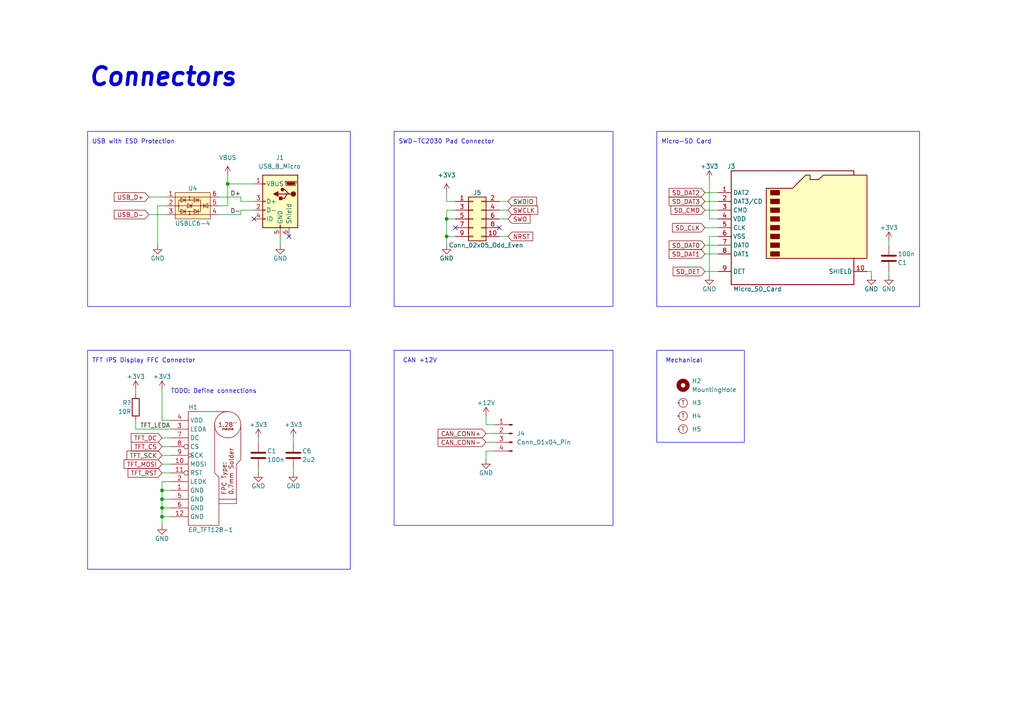
<source format=kicad_sch>
(kicad_sch (version 20230121) (generator eeschema)
  (paper "A4")
  (title_block (date "2023-08-02") (rev "R1") (company "s-grundner"))
  (lib_symbols
    (symbol "Connector:Conn_01x04_Pin" (pin_names (offset 1.016) hide)
      (property "Reference" "J" (at 0 5.08 0))
      (property "Value" "Conn_01x04_Pin" (at 0 -7.62 0))
      (symbol "Conn_01x04_Pin_1_1"
        (polyline (pts (xy 1.27 -5.08) (xy 0.8636 -5.08)) (stroke (width 0.1524)))
        (polyline (pts (xy 1.27 -2.54) (xy 0.8636 -2.54)) (stroke (width 0.1524)))
        (polyline (pts (xy 1.27 0) (xy 0.8636 0)) (stroke (width 0.1524)))
        (polyline (pts (xy 1.27 2.54) (xy 0.8636 2.54)) (stroke (width 0.1524)))
        (rectangle (start 0.8636 -4.953) (end 0 -5.207) (stroke (width 0.1524)) (fill (type outline)))
        (rectangle (start 0.8636 -2.413) (end 0 -2.667) (stroke (width 0.1524)) (fill (type outline)))
        (rectangle (start 0.8636 0.127) (end 0 -0.127) (stroke (width 0.1524)) (fill (type outline)))
        (rectangle (start 0.8636 2.667) (end 0 2.413) (stroke (width 0.1524)) (fill (type outline)))
        (pin passive line (at 5.08 2.54 180) (length 3.81) (name "Pin_1") (number "1"))
        (pin passive line (at 5.08 0 180) (length 3.81) (name "Pin_2") (number "2"))
        (pin passive line (at 5.08 -2.54 180) (length 3.81) (name "Pin_3") (number "3"))
        (pin passive line (at 5.08 -5.08 180) (length 3.81) (name "Pin_4") (number "4"))
      )
    )
    (symbol "Connector:Micro_SD_Card_Det1"
      (property "Reference" "J" (at -16.51 17.78 0))
      (property "Value" "Micro_SD_Card_Det1" (at 16.51 17.78 0))
      (property "LCSC Part #" "C428492" (at 0 0 0))
      (symbol "Micro_SD_Card_Det1_0_1"
        (rectangle (start -7.62 -6.985) (end -5.08 -8.255) (stroke (width 0.254)) (fill (type outline)))
        (rectangle (start -7.62 -4.445) (end -5.08 -5.715) (stroke (width 0.254)) (fill (type outline)))
        (rectangle (start -7.62 -1.905) (end -5.08 -3.175) (stroke (width 0.254)) (fill (type outline)))
        (rectangle (start -7.62 0.635) (end -5.08 -0.635) (stroke (width 0.254)) (fill (type outline)))
        (rectangle (start -7.62 3.175) (end -5.08 1.905) (stroke (width 0.254)) (fill (type outline)))
        (rectangle (start -7.62 5.715) (end -5.08 4.445) (stroke (width 0.254)) (fill (type outline)))
        (rectangle (start -7.62 8.255) (end -5.08 6.985) (stroke (width 0.254)) (fill (type outline)))
        (rectangle (start -7.62 10.795) (end -5.08 9.525) (stroke (width 0.254)) (fill (type outline)))
        (polyline (pts (xy 16.51 15.24) (xy 16.51 16.51) (xy -19.05 16.51) (xy -19.05 -16.51) (xy 16.51 -16.51) (xy 16.51 -8.89)) (stroke (width 0.254)))
        (polyline (pts (xy -8.89 -8.89) (xy -8.89 11.43) (xy -1.27 11.43) (xy 2.54 15.24) (xy 3.81 15.24) (xy 3.81 13.97) (xy 6.35 13.97) (xy 7.62 15.24) (xy 20.32 15.24) (xy 20.32 -8.89) (xy -8.89 -8.89)) (stroke (width 0.254)) (fill (type background)))
      )
      (symbol "Micro_SD_Card_Det1_1_1"
        (pin bidirectional line (at -22.86 10.16 0) (length 3.81) (name "DAT2") (number "1"))
        (pin passive line (at 20.32 -12.7 180) (length 3.81) (name "SHIELD") (number "10"))
        (pin bidirectional line (at -22.86 7.62 0) (length 3.81) (name "DAT3/CD") (number "2"))
        (pin input line (at -22.86 5.08 0) (length 3.81) (name "CMD") (number "3"))
        (pin power_in line (at -22.86 2.54 0) (length 3.81) (name "VDD") (number "4"))
        (pin input line (at -22.86 0 0) (length 3.81) (name "CLK") (number "5"))
        (pin power_in line (at -22.86 -2.54 0) (length 3.81) (name "VSS") (number "6"))
        (pin bidirectional line (at -22.86 -5.08 0) (length 3.81) (name "DAT0") (number "7"))
        (pin bidirectional line (at -22.86 -7.62 0) (length 3.81) (name "DAT1") (number "8"))
        (pin passive line (at -22.86 -12.7 0) (length 3.81) (name "DET") (number "9"))
      )
    )
    (symbol "Connector:USB_B_Micro" (pin_names (offset 1.016))
      (property "Reference" "J" (at -5.08 11.43 0))
      (property "Value" "USB_B_Micro" (at -5.08 8.89 0))
      (symbol "USB_B_Micro_0_1"
        (rectangle (start -5.08 -7.62) (end 5.08 7.62) (stroke (width 0.254)) (fill (type background)))
        (circle (center -3.81 2.159) (radius 0.635) (stroke (width 0.254)) (fill (type outline)))
        (circle (center -0.635 3.429) (radius 0.381) (stroke (width 0.254)) (fill (type outline)))
        (rectangle (start -0.127 -7.62) (end 0.127 -6.858))
        (polyline (pts (xy -1.905 2.159) (xy 0.635 2.159)) (stroke (width 0.254)))
        (polyline (pts (xy -3.175 2.159) (xy -2.54 2.159) (xy -1.27 3.429) (xy -0.635 3.429)) (stroke (width 0.254)))
        (polyline (pts (xy -2.54 2.159) (xy -1.905 2.159) (xy -1.27 0.889) (xy 0 0.889)) (stroke (width 0.254)))
        (polyline (pts (xy 0.635 2.794) (xy 0.635 1.524) (xy 1.905 2.159) (xy 0.635 2.794)) (stroke (width 0.254)) (fill (type outline)))
        (polyline (pts (xy -4.318 5.588) (xy -1.778 5.588) (xy -2.032 4.826) (xy -4.064 4.826) (xy -4.318 5.588)) (fill (type outline)))
        (polyline (pts (xy -4.699 5.842) (xy -4.699 5.588) (xy -4.445 4.826) (xy -4.445 4.572) (xy -1.651 4.572) (xy -1.651 4.826) (xy -1.397 5.588) (xy -1.397 5.842) (xy -4.699 5.842)))
        (rectangle (start 0.254 1.27) (end -0.508 0.508) (stroke (width 0.254)) (fill (type outline)))
        (rectangle (start 5.08 -5.207) (end 4.318 -4.953))
        (rectangle (start 5.08 -2.667) (end 4.318 -2.413))
        (rectangle (start 5.08 -0.127) (end 4.318 0.127))
        (rectangle (start 5.08 4.953) (end 4.318 5.207))
      )
      (symbol "USB_B_Micro_1_1"
        (pin power_out line (at 7.62 5.08 180) (length 2.54) (name "VBUS") (number "1"))
        (pin bidirectional line (at 7.62 -2.54 180) (length 2.54) (name "D-") (number "2"))
        (pin bidirectional line (at 7.62 0 180) (length 2.54) (name "D+") (number "3"))
        (pin passive line (at 7.62 -5.08 180) (length 2.54) (name "ID") (number "4"))
        (pin power_out line (at 0 -10.16 90) (length 2.54) (name "GND") (number "5"))
        (pin passive line (at -2.54 -10.16 90) (length 2.54) (name "Shield") (number "6"))
      )
    )
    (symbol "Connector_Generic:Conn_02x05_Odd_Even" (pin_names (offset 1.016) hide)
      (property "Reference" "J" (at 1.27 7.62 0))
      (property "Value" "Conn_02x05_Odd_Even" (at 1.27 -7.62 0))
      (symbol "Conn_02x05_Odd_Even_1_1"
        (rectangle (start -1.27 -4.953) (end 0 -5.207) (stroke (width 0.1524)))
        (rectangle (start -1.27 -2.413) (end 0 -2.667) (stroke (width 0.1524)))
        (rectangle (start -1.27 0.127) (end 0 -0.127) (stroke (width 0.1524)))
        (rectangle (start -1.27 2.667) (end 0 2.413) (stroke (width 0.1524)))
        (rectangle (start -1.27 5.207) (end 0 4.953) (stroke (width 0.1524)))
        (rectangle (start -1.27 6.35) (end 3.81 -6.35) (stroke (width 0.254)) (fill (type background)))
        (rectangle (start 3.81 -4.953) (end 2.54 -5.207) (stroke (width 0.1524)))
        (rectangle (start 3.81 -2.413) (end 2.54 -2.667) (stroke (width 0.1524)))
        (rectangle (start 3.81 0.127) (end 2.54 -0.127) (stroke (width 0.1524)))
        (rectangle (start 3.81 2.667) (end 2.54 2.413) (stroke (width 0.1524)))
        (rectangle (start 3.81 5.207) (end 2.54 4.953) (stroke (width 0.1524)))
        (pin passive line (at -5.08 5.08 0) (length 3.81) (name "Pin_1") (number "1"))
        (pin passive line (at 7.62 -5.08 180) (length 3.81) (name "Pin_10") (number "10"))
        (pin passive line (at 7.62 5.08 180) (length 3.81) (name "Pin_2") (number "2"))
        (pin passive line (at -5.08 2.54 0) (length 3.81) (name "Pin_3") (number "3"))
        (pin passive line (at 7.62 2.54 180) (length 3.81) (name "Pin_4") (number "4"))
        (pin passive line (at -5.08 0 0) (length 3.81) (name "Pin_5") (number "5"))
        (pin passive line (at 7.62 0 180) (length 3.81) (name "Pin_6") (number "6"))
        (pin passive line (at -5.08 -2.54 0) (length 3.81) (name "Pin_7") (number "7"))
        (pin passive line (at 7.62 -2.54 180) (length 3.81) (name "Pin_8") (number "8"))
        (pin passive line (at -5.08 -5.08 0) (length 3.81) (name "Pin_9") (number "9"))
      )
    )
    (symbol "Device:C" (pin_numbers hide) (pin_names (offset 0.254))
      (property "Reference" "C" (at 0.635 2.54 0))
      (property "Value" "C" (at 0.635 -2.54 0))
      (symbol "C_0_1"
        (polyline (pts (xy -2.032 -0.762) (xy 2.032 -0.762)) (stroke (width 0.508)))
        (polyline (pts (xy -2.032 0.762) (xy 2.032 0.762)) (stroke (width 0.508)))
      )
      (symbol "C_1_1"
        (pin passive line (at 0 3.81 270) (length 2.794) (name "~") (number "1"))
        (pin passive line (at 0 -3.81 90) (length 2.794) (name "~") (number "2"))
      )
    )
    (symbol "Device:R" (pin_numbers hide) (pin_names (offset 0))
      (property "Reference" "R" (at 2.032 0 90))
      (property "Value" "R" (at 0 0 90))
      (symbol "R_0_1"
        (rectangle (start -1.016 -2.54) (end 1.016 2.54) (stroke (width 0.254)))
      )
      (symbol "R_1_1"
        (pin passive line (at 0 3.81 270) (length 1.27) (name "~") (number "1"))
        (pin passive line (at 0 -3.81 90) (length 1.27) (name "~") (number "2"))
      )
    )
    (symbol "Display_Graphic:ER_TFT128-1"
      (property "Reference" "H" (at 10.16 1.27 0))
      (property "Value" "ER_TFT128-1" (at 10.16 -35.56 0))
      (symbol "ER_TFT128-1_0_0"
        (text "" (at 21.59 -15.24 0) (effects (font (size 1.27 1.27))))
      )
      (symbol "ER_TFT128-1_0_1"
        (polyline (pts (xy 19.05 -26.67) (xy 19.05 -15.24)))
        (polyline (pts (xy 19.05 -15.24) (xy 20.32 -13.97) (xy 20.32 -3.81)))
        (circle (center 16.51 -3.81) (radius 3.81))
      )
      (symbol "ER_TFT128-1_1_1"
        (polyline (pts (xy 13.97 -26.67) (xy 19.05 -26.67)) (fill (type outline)))
        (polyline (pts (xy 16.51 0) (xy 5.08 0)))
        (polyline (pts (xy 17.78 0) (xy 17.78 0)))
        (polyline (pts (xy 19.05 -25.4) (xy 13.97 -25.4)))
        (polyline (pts (xy 12.7 -3.81) (xy 12.7 -17.78) (xy 13.97 -19.05)))
        (polyline (pts (xy 5.08 0) (xy 5.08 -33.02) (xy 13.97 -33.02) (xy 13.97 -19.05)))
        (text "1.28''" (at 16.51 -3.81 0) (effects (font (size 1.27 1.27))))
        (text "240x240" (at 16.51 -5.08 0) (effects (font (size 0.508 0.508))))
        (text "FPC Type:\n0.7mm Solder\n" (at 16.51 -24.13 900) (effects (font (size 1.27 1.27)) (justify left)))
        (pin passive line (at 0 -22.86 0) (length 5.08) (name "GND") (number "1"))
        (pin passive line (at 0 -15.24 0) (length 5.08) (name "MOSI") (number "10"))
        (pin passive inverted (at 0 -17.78 0) (length 5.08) (name "RST") (number "11"))
        (pin passive line (at 0 -30.48 0) (length 5.08) (name "GND") (number "12"))
        (pin passive line (at 0 -20.32 0) (length 5.08) (name "LEDK") (number "2"))
        (pin passive line (at 0 -5.08 0) (length 5.08) (name "LEDA") (number "3"))
        (pin passive line (at 0 -2.54 0) (length 5.08) (name "VDD") (number "4"))
        (pin passive line (at 0 -25.4 0) (length 5.08) (name "GND") (number "5"))
        (pin passive line (at 0 -27.94 0) (length 5.08) (name "GND") (number "6"))
        (pin passive line (at 0 -7.62 0) (length 5.08) (name "DC") (number "7"))
        (pin passive inverted (at 0 -10.16 0) (length 5.08) (name "CS") (number "8"))
        (pin passive clock (at 0 -12.7 0) (length 5.08) (name "SCK") (number "9"))
      )
    )
    (symbol "JLC:Tooling_Hole"
      (property "Reference" "H" (at 0 2.54 0))
      (symbol "Tooling_Hole_0_1"
        (circle (center 0 0) (radius 1.27))
      )
      (symbol "Tooling_Hole_1_1"
        (text "T" (at 0 0 0) (effects (font (size 1.27 1.27))))
      )
    )
    (symbol "Mechanical:MountingHole" (pin_names (offset 1.016))
      (property "Reference" "H" (at 0 5.08 0))
      (property "Value" "MountingHole" (at 0 3.175 0))
      (symbol "MountingHole_0_1"
        (circle (center 0 0) (radius 1.27) (stroke (width 1.27)))
      )
    )
    (symbol "Power_Protection:WE-TVS-82400102"
      (property "Reference" "U" (at 0 7.62 0))
      (property "Value" "WE-TVS-82400102" (at 0 5.08 0))
      (symbol "WE-TVS-82400102_0_1"
        (rectangle (start -5.08 3.81) (end 5.08 -3.81) (fill (type background)))
        (circle (center -4.064 0) (radius 0.127))
        (rectangle (start -4.064 1.651) (end 2.286 -1.651))
        (circle (center -0.889 -2.54) (radius 0.127))
        (circle (center -0.889 -1.651) (radius 0.127))
        (circle (center -0.889 1.651) (radius 0.127))
        (circle (center -0.889 2.54) (radius 0.127))
        (polyline (pts (xy -5.08 -2.54) (xy 5.08 -2.54)))
        (polyline (pts (xy -5.08 2.54) (xy 5.08 2.54)))
        (polyline (pts (xy -4.064 0) (xy -5.08 0)))
        (polyline (pts (xy -4.064 0) (xy 2.286 0)) (fill (type outline)))
        (polyline (pts (xy -2.159 -1.016) (xy -2.159 -2.286)))
        (polyline (pts (xy -2.159 2.286) (xy -2.159 1.016)))
        (polyline (pts (xy -0.889 -1.651) (xy -0.889 -2.413)))
        (polyline (pts (xy -0.889 1.651) (xy -0.889 2.54)))
        (polyline (pts (xy -0.508 -0.635) (xy -0.508 -0.635)))
        (polyline (pts (xy 1.651 -1.016) (xy 1.651 -2.286)))
        (polyline (pts (xy 1.651 2.286) (xy 1.651 1.016)))
        (polyline (pts (xy 2.286 0) (xy 5.08 0)))
        (polyline (pts (xy -3.429 -1.016) (xy -3.429 -2.286) (xy -2.159 -1.651) (xy -3.429 -1.016)))
        (polyline (pts (xy -3.429 1.016) (xy -3.429 2.286) (xy -2.159 1.651) (xy -3.429 1.016)))
        (polyline (pts (xy 0 0.635) (xy -0.254 0.381) (xy -0.254 -0.381) (xy -0.508 -0.635)))
        (polyline (pts (xy 0.381 -1.016) (xy 0.381 -2.286) (xy 1.651 -1.651) (xy 0.381 -1.016)))
        (polyline (pts (xy 0.381 1.016) (xy 0.381 2.286) (xy 1.651 1.651) (xy 0.381 1.016)))
        (circle (center 2.286 0) (radius 0.127))
      )
      (symbol "WE-TVS-82400102_1_1"
        (polyline (pts (xy 3.175 0.635) (xy 3.175 -0.635)))
        (polyline (pts (xy -1.524 0.635) (xy -1.524 -0.635) (xy -0.254 0) (xy -1.524 0.635)))
        (polyline (pts (xy 4.445 0.635) (xy 4.445 -0.635) (xy 3.175 0) (xy 4.445 0.635)))
        (pin passive line (at -7.62 2.54 0) (length 2.54) (name "~") (number "1"))
        (pin passive line (at -7.62 0 0) (length 2.54) (name "~") (number "2"))
        (pin passive line (at -7.62 -2.54 0) (length 2.54) (name "~") (number "3"))
        (pin passive line (at 7.62 -2.54 180) (length 2.54) (name "~") (number "4"))
        (pin passive line (at 7.62 0 180) (length 2.54) (name "~") (number "5"))
        (pin passive line (at 7.62 2.54 180) (length 2.54) (name "~") (number "6"))
      )
    )
    (symbol "power:+12V" (power) (pin_names (offset 0))
      (property "Value" "+12V" (at 0 3.556 0))
      (symbol "+12V_0_1"
        (polyline (pts (xy -0.762 1.27) (xy 0 2.54)))
        (polyline (pts (xy 0 0) (xy 0 2.54)))
        (polyline (pts (xy 0 2.54) (xy 0.762 1.27)))
      )
      (symbol "+12V_1_1"
        (pin power_in line (at 0 0 90) (length 0) hide (name "+12V") (number "1"))
      )
    )
    (symbol "power:+3V3" (power) (pin_names (offset 0))
      (property "Value" "+3V3" (at 0 3.556 0))
      (symbol "+3V3_0_1"
        (polyline (pts (xy -0.762 1.27) (xy 0 2.54)))
        (polyline (pts (xy 0 0) (xy 0 2.54)))
        (polyline (pts (xy 0 2.54) (xy 0.762 1.27)))
      )
      (symbol "+3V3_1_1"
        (pin power_in line (at 0 0 90) (length 0) hide (name "+3V3") (number "1"))
      )
    )
    (symbol "power:GND" (power) (pin_names (offset 0))
      (property "Value" "GND" (at 0 -3.81 0))
      (symbol "GND_0_1"
        (polyline (pts (xy 0 0) (xy 0 -1.27) (xy 1.27 -1.27) (xy 0 -2.54) (xy -1.27 -1.27) (xy 0 -1.27)))
      )
      (symbol "GND_1_1"
        (pin power_in line (at 0 0 270) (length 0) hide (name "GND") (number "1"))
      )
    )
    (symbol "power:VBUS" (power) (pin_names (offset 0))
      (property "Value" "VBUS" (at 0 3.81 0))
      (symbol "VBUS_0_1"
        (polyline (pts (xy -0.762 1.27) (xy 0 2.54)))
        (polyline (pts (xy 0 0) (xy 0 2.54)))
        (polyline (pts (xy 0 2.54) (xy 0.762 1.27)))
      )
      (symbol "VBUS_1_1"
        (pin power_in line (at 0 0 90) (length 0) hide (name "VBUS") (number "1"))
      )
    )
  )
  (junction (at 46.99 149.86))
  (junction (at 66.04 53.34))
  (junction (at 46.99 144.78))
  (junction (at 46.99 147.32))
  (junction (at 129.54 63.5))
  (junction (at 46.99 142.24))
  (junction (at 129.54 68.58))
  (no_connect (at 73.66 63.5))
  (no_connect (at 144.78 66.04))
  (no_connect (at 83.82 68.58))
  (no_connect (at 132.08 66.04))
  (wire (pts (xy 46.99 139.7) (xy 46.99 142.24)))
  (wire (pts (xy 129.54 68.58) (xy 132.08 68.58)))
  (wire (pts (xy 46.99 134.62) (xy 49.53 134.62)))
  (wire (pts (xy 140.97 128.27) (xy 143.51 128.27)))
  (wire (pts (xy 147.32 63.5) (xy 144.78 63.5)))
  (wire (pts (xy 66.04 59.69) (xy 66.04 53.34)))
  (wire (pts (xy 39.37 124.46) (xy 49.53 124.46)))
  (wire (pts (xy 257.81 80.01) (xy 257.81 78.74)))
  (wire (pts (xy 140.97 125.73) (xy 143.51 125.73)))
  (wire (pts (xy 147.32 58.42) (xy 144.78 58.42)))
  (wire (pts (xy 46.99 149.86) (xy 46.99 152.4)))
  (wire (pts (xy 46.99 113.03) (xy 46.99 121.92)))
  (wire (pts (xy 204.47 55.88) (xy 208.28 55.88)))
  (wire (pts (xy 140.97 120.65) (xy 140.97 123.19)))
  (wire (pts (xy 85.09 137.16) (xy 85.09 135.89)))
  (wire (pts (xy 63.5 62.23) (xy 69.85 62.23)))
  (wire (pts (xy 204.47 78.74) (xy 208.28 78.74)))
  (wire (pts (xy 140.97 123.19) (xy 143.51 123.19)))
  (wire (pts (xy 85.09 127) (xy 85.09 128.27)))
  (wire (pts (xy 204.47 73.66) (xy 208.28 73.66)))
  (wire (pts (xy 46.99 144.78) (xy 46.99 147.32)))
  (wire (pts (xy 204.47 71.12) (xy 208.28 71.12)))
  (wire (pts (xy 46.99 142.24) (xy 46.99 144.78)))
  (wire (pts (xy 49.53 121.92) (xy 46.99 121.92)))
  (wire (pts (xy 74.93 127) (xy 74.93 128.27)))
  (wire (pts (xy 69.85 57.15) (xy 69.85 58.42)))
  (wire (pts (xy 132.08 60.96) (xy 129.54 60.96)))
  (wire (pts (xy 81.28 71.12) (xy 81.28 68.58)))
  (wire (pts (xy 129.54 55.88) (xy 129.54 58.42)))
  (wire (pts (xy 208.28 63.5) (xy 205.74 63.5)))
  (wire (pts (xy 140.97 130.81) (xy 143.51 130.81)))
  (wire (pts (xy 205.74 68.58) (xy 205.74 80.01)))
  (wire (pts (xy 251.46 78.74) (xy 252.73 78.74)))
  (wire (pts (xy 46.99 129.54) (xy 49.53 129.54)))
  (wire (pts (xy 252.73 78.74) (xy 252.73 80.01)))
  (wire (pts (xy 43.18 62.23) (xy 48.26 62.23)))
  (wire (pts (xy 129.54 63.5) (xy 129.54 68.58)))
  (wire (pts (xy 39.37 113.03) (xy 39.37 114.3)))
  (wire (pts (xy 49.53 142.24) (xy 46.99 142.24)))
  (wire (pts (xy 69.85 58.42) (xy 73.66 58.42)))
  (wire (pts (xy 204.47 66.04) (xy 208.28 66.04)))
  (wire (pts (xy 46.99 147.32) (xy 49.53 147.32)))
  (wire (pts (xy 46.99 137.16) (xy 49.53 137.16)))
  (wire (pts (xy 129.54 60.96) (xy 129.54 63.5)))
  (wire (pts (xy 129.54 68.58) (xy 129.54 71.12)))
  (wire (pts (xy 66.04 50.8) (xy 66.04 53.34)))
  (wire (pts (xy 204.47 58.42) (xy 208.28 58.42)))
  (wire (pts (xy 74.93 137.16) (xy 74.93 135.89)))
  (wire (pts (xy 147.32 60.96) (xy 144.78 60.96)))
  (wire (pts (xy 43.18 57.15) (xy 48.26 57.15)))
  (wire (pts (xy 45.72 59.69) (xy 45.72 71.12)))
  (wire (pts (xy 204.47 60.96) (xy 208.28 60.96)))
  (wire (pts (xy 39.37 124.46) (xy 39.37 121.92)))
  (wire (pts (xy 49.53 139.7) (xy 46.99 139.7)))
  (wire (pts (xy 48.26 59.69) (xy 45.72 59.69)))
  (wire (pts (xy 208.28 68.58) (xy 205.74 68.58)))
  (wire (pts (xy 69.85 62.23) (xy 69.85 60.96)))
  (wire (pts (xy 140.97 130.81) (xy 140.97 133.35)))
  (wire (pts (xy 205.74 52.07) (xy 205.74 63.5)))
  (wire (pts (xy 147.32 68.58) (xy 144.78 68.58)))
  (wire (pts (xy 69.85 60.96) (xy 73.66 60.96)))
  (wire (pts (xy 46.99 144.78) (xy 49.53 144.78)))
  (wire (pts (xy 46.99 132.08) (xy 49.53 132.08)))
  (wire (pts (xy 63.5 57.15) (xy 69.85 57.15)))
  (wire (pts (xy 46.99 127) (xy 49.53 127)))
  (wire (pts (xy 129.54 63.5) (xy 132.08 63.5)))
  (wire (pts (xy 257.81 71.12) (xy 257.81 69.85)))
  (wire (pts (xy 66.04 53.34) (xy 73.66 53.34)))
  (wire (pts (xy 129.54 58.42) (xy 132.08 58.42)))
  (wire (pts (xy 46.99 147.32) (xy 46.99 149.86)))
  (wire (pts (xy 63.5 59.69) (xy 66.04 59.69)))
  (wire (pts (xy 46.99 149.86) (xy 49.53 149.86)))
  (rectangle (start 114.3 38.1) (end 177.8 88.9))
  (rectangle (start 114.3 101.6) (end 177.8 152.4))
  (rectangle (start 190.5 38.1) (end 266.7 88.9))
  (rectangle (start 25.4 101.6) (end 101.6 165.1))
  (rectangle (start 25.4 38.1) (end 101.6 88.9))
  (rectangle (start 190.5 101.6) (end 215.9 128.27))
  (text "TFT IPS Display FFC Connector" (at 26.67 105.41 0) (effects (font (size 1.27 1.27)) (justify left bottom)))
  (text "CAN +12V" (at 116.84 105.41 0) (effects (font (size 1.27 1.27)) (justify left bottom)))
  (text "Mechanical" (at 193.04 105.41 0) (effects (font (size 1.27 1.27)) (justify left bottom)))
  (text "SWD-TC2030 Pad Connector\n" (at 115.57 41.91 0) (effects (font (size 1.27 1.27)) (justify left bottom)))
  (text "Micro-SD Card\n" (at 191.77 41.91 0) (effects (font (size 1.27 1.27)) (justify left bottom)))
  (text "TODO: Define connections" (at 49.53 114.3 0) (effects (font (size 1.27 1.27)) (justify left bottom)))
  (text "Connectors" (at 25.4 25.4 0) (effects (font (size 5.08 5.08) (thickness 1.016) bold italic) (justify left bottom)))
  (text "USB with ESD Protection\n" (at 26.67 41.91 0) (effects (font (size 1.27 1.27)) (justify left bottom)))
  (label "TFT_LEDA" (at 40.64 124.46 0))
  (label "D+" (at 69.85 57.15 180))
  (label "D-" (at 69.85 62.23 180))
  (global_label "TFT_DC" (shape input) (at 46.99 127 180) (property "Intersheetrefs" "${INTERSHEET_REFS}" (effects hide)))
  (global_label "CAN_CONN+" (shape input) (at 140.97 125.73 180) (property "Intersheetrefs" "${INTERSHEET_REFS}" (effects hide)))
  (global_label "NRST" (shape input) (at 147.32 68.58 0) (property "Intersheetrefs" "${INTERSHEET_REFS}" (effects hide)))
  (global_label "SD_DET" (shape input) (at 204.47 78.74 180) (property "Intersheetrefs" "${INTERSHEET_REFS}" (effects hide)))
  (global_label "SD_DAT2" (shape input) (at 204.47 55.88 180) (property "Intersheetrefs" "${INTERSHEET_REFS}" (effects hide)))
  (global_label "SD_DAT3" (shape input) (at 204.47 58.42 180) (property "Intersheetrefs" "${INTERSHEET_REFS}" (effects hide)))
  (global_label "SWO" (shape input) (at 147.32 63.5 0) (property "Intersheetrefs" "${INTERSHEET_REFS}" (effects hide)))
  (global_label "USB_D-" (shape input) (at 43.18 62.23 180) (property "Intersheetrefs" "${INTERSHEET_REFS}" (effects hide)))
  (global_label "SD_CMD" (shape input) (at 204.47 60.96 180) (property "Intersheetrefs" "${INTERSHEET_REFS}" (effects hide)))
  (global_label "TFT_MOSI" (shape input) (at 46.99 134.62 180) (property "Intersheetrefs" "${INTERSHEET_REFS}" (effects hide)))
  (global_label "TFT_SCK" (shape input) (at 46.99 132.08 180) (property "Intersheetrefs" "${INTERSHEET_REFS}" (effects hide)))
  (global_label "SWCLK" (shape input) (at 147.32 60.96 0) (property "Intersheetrefs" "${INTERSHEET_REFS}" (effects hide)))
  (global_label "TFT_CS" (shape input) (at 46.99 129.54 180) (property "Intersheetrefs" "${INTERSHEET_REFS}" (effects hide)))
  (global_label "SWDIO" (shape input) (at 147.32 58.42 0) (property "Intersheetrefs" "${INTERSHEET_REFS}" (effects hide)))
  (global_label "USB_D+" (shape input) (at 43.18 57.15 180) (property "Intersheetrefs" "${INTERSHEET_REFS}" (effects hide)))
  (global_label "SD_DAT0" (shape input) (at 204.47 71.12 180) (property "Intersheetrefs" "${INTERSHEET_REFS}" (effects hide)))
  (global_label "SD_CLK" (shape input) (at 204.47 66.04 180) (property "Intersheetrefs" "${INTERSHEET_REFS}" (effects hide)))
  (global_label "SD_DAT1" (shape input) (at 204.47 73.66 180) (property "Intersheetrefs" "${INTERSHEET_REFS}" (effects hide)))
  (global_label "CAN_CONN-" (shape input) (at 140.97 128.27 180) (property "Intersheetrefs" "${INTERSHEET_REFS}" (effects hide)))
  (global_label "TFT_RST" (shape input) (at 46.99 137.16 180) (property "Intersheetrefs" "${INTERSHEET_REFS}" (effects hide)))
  (symbol (lib_id "power:GND") (at 205.74 80.01 0) (unit 1)
    (property "Reference" "#PWR06" (effects hide))
    (property "Value" "GND" (at 205.74 83.82 0))
    (instances (project "STM32F4_HexGauge_V3" (path "" (reference "#PWR06") (unit 1)) (path "" (reference "#PWR047") (unit 1))))
  )
  (symbol (lib_id "power:+3V3") (at 85.09 127 0) (unit 1)
    (property "Reference" "#PWR054" (effects hide))
    (property "Value" "+3V3" (at 85.09 123.19 0))
  )
  (symbol (lib_id "power:+3V3") (at 205.74 52.07 0) (unit 1)
    (property "Reference" "#PWR07" (effects hide))
    (property "Value" "+3V3" (at 205.74 48.26 0))
    (instances (project "STM32F4_HexGauge_V3" (path "" (reference "#PWR07") (unit 1)) (path "" (reference "#PWR042") (unit 1))))
  )
  (symbol (lib_id "JLC:Tooling_Hole") (at 198.12 116.84 0) (unit 1)
    (property "Reference" "H3" (at 200.66 116.84 0) (effects (justify left)))
    (property "Value" "~" (at 196.85 116.84 0))
    (property "Footprint" "JLC:JLC_Tooling" (effects hide))
    (property "Datasheet" "https://jlcpcb.com/help/article/47-How-to-add-tooling-holes-for-PCB-assembly-order" (effects hide))
  )
  (symbol (lib_id "JLC:Tooling_Hole") (at 198.12 120.65 0) (unit 1)
    (property "Reference" "H4" (at 200.66 120.65 0) (effects (justify left)))
    (property "Value" "~" (at 196.85 120.65 0))
    (property "Footprint" "JLC:JLC_Tooling" (effects hide))
    (property "Datasheet" "https://jlcpcb.com/help/article/47-How-to-add-tooling-holes-for-PCB-assembly-order" (effects hide))
  )
  (symbol (lib_id "power:GND") (at 81.28 71.12 0) (unit 1)
    (property "Reference" "#PWR09" (effects hide))
    (property "Value" "GND" (at 81.28 74.93 0))
    (instances (project "STM32F4_HexGauge_V3" (path "" (reference "#PWR09") (unit 1)) (path "" (reference "#PWR045") (unit 1))))
  )
  (symbol (lib_id "power:+3V3") (at 129.54 55.88 0) (unit 1)
    (property "Reference" "#PWR07" (effects hide))
    (property "Value" "+3V3" (at 129.54 50.8 0))
    (instances (project "STM32F4_HexGauge_V3" (path "" (reference "#PWR07") (unit 1)) (path "" (reference "#PWR034") (unit 1))))
  )
  (symbol (lib_id "power:+3V3") (at 257.81 69.85 0) (unit 1)
    (property "Reference" "#PWR07" (effects hide))
    (property "Value" "+3V3" (at 257.81 66.04 0))
    (instances (project "STM32F4_HexGauge_V3" (path "" (reference "#PWR07") (unit 1)) (path "" (reference "#PWR043") (unit 1))))
  )
  (symbol (lib_id "power:+3V3") (at 46.99 113.03 0) (unit 1)
    (property "Reference" "#PWR051" (effects hide))
    (property "Value" "+3V3" (at 46.99 109.22 0))
  )
  (symbol (lib_id "Connector_Generic:Conn_02x05_Odd_Even") (at 137.16 63.5 0) (unit 1)
    (property "Reference" "J5" (at 138.43 55.88 0))
    (property "Value" "Conn_02x05_Odd_Even" (at 140.97 71.12 0))
    (property "Footprint" "Connector_PinHeader_1.27mm:PinHeader_2x05_P1.27mm_Vertical" (effects hide))
  )
  (symbol (lib_id "power:GND") (at 45.72 71.12 0) (unit 1)
    (property "Reference" "#PWR06" (effects hide))
    (property "Value" "GND" (at 45.72 74.93 0))
    (instances (project "STM32F4_HexGauge_V3" (path "" (reference "#PWR06") (unit 1)) (path "" (reference "#PWR044") (unit 1))))
  )
  (symbol (lib_id "Device:C") (at 257.81 74.93 0) (unit 1)
    (property "Reference" "C1" (at 260.35 76.2 0) (effects (justify left)))
    (property "Value" "100n" (at 260.35 73.66 0) (effects (justify left)))
    (property "Footprint" "Capacitor_SMD:C_0805_2012Metric_Pad1.18x1.45mm_HandSolder" (effects hide))
    (instances (project "STM32F4_HexGauge_V3" (path "" (reference "C1") (unit 1)) (path "" (reference "C6") (unit 1)) (path "" (reference "C12") (unit 1)) (path "" (reference "C27") (unit 1))))
  )
  (symbol (lib_id "power:GND") (at 257.81 80.01 0) (unit 1)
    (property "Reference" "#PWR06" (effects hide))
    (property "Value" "GND" (at 257.81 83.82 0))
    (instances (project "STM32F4_HexGauge_V3" (path "" (reference "#PWR06") (unit 1)) (path "" (reference "#PWR049") (unit 1))))
  )
  (symbol (lib_id "power:+12V") (at 140.97 120.65 0) (unit 1)
    (property "Reference" "#PWR052" (effects hide))
    (property "Value" "+12V" (at 140.97 116.84 0))
  )
  (symbol (lib_id "power:GND") (at 129.54 71.12 0) (unit 1)
    (property "Reference" "#PWR06" (effects hide))
    (property "Value" "GND" (at 129.54 74.93 0))
    (instances (project "STM32F4_HexGauge_V3" (path "" (reference "#PWR06") (unit 1)) (path "" (reference "#PWR059") (unit 1))))
  )
  (symbol (lib_id "Connector:USB_B_Micro") (at 81.28 58.42 0) (mirror y) (unit 1)
    (property "Reference" "J1" (at 80.01 45.72 0) (effects (justify right)))
    (property "Value" "USB_B_Micro" (at 74.93 48.26 0) (effects (justify right)))
    (property "Footprint" "Connector_USB:USB_Micro-B_XKB_U254-051T-4BH83-F1S" (effects hide))
    (property "Datasheet" "https://datasheet.lcsc.com/lcsc/2206091745_XKB-Connectivity-U254-051T-4BH83-F1S_C397452.pdf" (effects hide))
    (property "LCSC Part #" "C397452" (effects hide))
  )
  (symbol (lib_id "Device:C") (at 85.09 132.08 0) (unit 1)
    (property "Reference" "C6" (at 87.63 130.81 0) (effects (justify left)))
    (property "Value" "2u2" (at 87.63 133.35 0) (effects (justify left)))
    (property "Footprint" "Capacitor_SMD:C_0805_2012Metric_Pad1.18x1.45mm_HandSolder" (effects hide))
    (instances (project "STM32F4_HexGauge_V3" (path "" (reference "C6") (unit 1)) (path "" (reference "C1") (unit 1)) (path "" (reference "C11") (unit 1)) (path "" (reference "C29") (unit 1))))
  )
  (symbol (lib_id "power:GND") (at 85.09 137.16 0) (unit 1)
    (property "Reference" "#PWR057" (effects hide))
    (property "Value" "GND" (at 85.09 140.97 0))
  )
  (symbol (lib_id "JLC:Tooling_Hole") (at 198.12 124.46 0) (unit 1)
    (property "Reference" "H5" (at 200.66 124.46 0) (effects (justify left)))
    (property "Value" "~" (at 196.85 124.46 0))
    (property "Footprint" "JLC:JLC_Tooling" (effects hide))
    (property "Datasheet" "https://jlcpcb.com/help/article/47-How-to-add-tooling-holes-for-PCB-assembly-order" (effects hide))
  )
  (symbol (lib_id "Device:R") (at 39.37 118.11 0) (unit 1)
    (property "Reference" "R?" (at 38.1 116.84 0) (effects (justify right)))
    (property "Value" "10R" (at 38.1 119.38 0) (effects (justify right)))
    (property "Footprint" "Resistor_SMD:R_0805_2012Metric_Pad1.20x1.40mm_HandSolder" (effects hide))
    (instances (project "CTN" (path "" (reference "R?") (unit 1))) (project "STM32F4_HexGauge_V3" (path "" (reference "R17") (unit 1))) (project "FastHexGauge" (path "" (reference "R4") (unit 1)) (path "" (reference "R6") (unit 1))))
  )
  (symbol (lib_id "Device:C") (at 74.93 132.08 0) (unit 1)
    (property "Reference" "C1" (at 77.47 130.81 0) (effects (justify left)))
    (property "Value" "100n" (at 77.47 133.35 0) (effects (justify left)))
    (property "Footprint" "Capacitor_SMD:C_0805_2012Metric_Pad1.18x1.45mm_HandSolder" (effects hide))
    (instances (project "STM32F4_HexGauge_V3" (path "" (reference "C1") (unit 1)) (path "" (reference "C6") (unit 1)) (path "" (reference "C12") (unit 1)) (path "" (reference "C28") (unit 1))))
  )
  (symbol (lib_id "Display_Graphic:ER_TFT128-1") (at 49.53 119.38 0) (unit 1)
    (property "Reference" "H1" (at 54.61 118.11 0) (effects (justify left)))
    (property "Value" "ER_TFT128-1" (at 54.61 153.67 0) (effects (justify left)))
    (property "Footprint" "Display:ER_TFT128-1" (effects hide))
    (property "Datasheet" "https://www.buydisplay.com/download/manual/ER-TFT1.28-1_Datasheet.pdf" (effects hide))
  )
  (symbol (lib_id "power:+3V3") (at 74.93 127 0) (unit 1)
    (property "Reference" "#PWR053" (effects hide))
    (property "Value" "+3V3" (at 74.93 123.19 0))
  )
  (symbol (lib_id "Mechanical:MountingHole") (at 198.12 111.76 0) (unit 1)
    (property "Reference" "H2" (at 200.66 110.49 0) (effects (justify left)))
    (property "Value" "MountingHole" (at 200.66 113.03 0) (effects (justify left)))
    (property "Footprint" "MountingHole:MountingHole_3.2mm_M3_Pad_Via" (effects hide))
  )
  (symbol (lib_id "power:+3V3") (at 39.37 113.03 0) (unit 1)
    (property "Reference" "#PWR050" (effects hide))
    (property "Value" "+3V3" (at 39.37 109.22 0))
  )
  (symbol (lib_id "Connector:Micro_SD_Card_Det1") (at 231.14 66.04 0) (unit 1)
    (property "Reference" "J3" (at 212.09 48.26 0))
    (property "Value" "Micro_SD_Card" (at 219.71 83.82 0))
    (property "Footprint" "SamacSys_Parts:503398-1892" (effects hide))
    (property "Datasheet" "https://datasheet.lcsc.com/lcsc/1912111437_MOLEX-5033981892_C428492.pdf" (effects hide))
    (property "LCSC Part #" "C428492" (effects hide))
  )
  (symbol (lib_id "power:VBUS") (at 66.04 50.8 0) (unit 1)
    (property "Reference" "#PWR08" (effects hide))
    (property "Value" "VBUS" (at 66.04 45.72 0))
    (instances (project "STM32F4_HexGauge_V3" (path "" (reference "#PWR08") (unit 1)) (path "" (reference "#PWR040") (unit 1))))
  )
  (symbol (lib_id "Power_Protection:WE-TVS-82400102") (at 55.88 59.69 0) (unit 1)
    (property "Reference" "U4" (at 55.88 54.61 0))
    (property "Value" "USBLC6-4" (at 55.88 64.77 0))
    (property "Footprint" "Package_TO_SOT_SMD:SOT-23-6" (effects hide))
    (property "Datasheet" "https://katalog.we-online.de/pbs/datasheet/82400102.pdf" (effects hide))
    (property "LCSC Part #" "C111212" (effects hide))
    (instances (project "STM32F4_HexGauge_V3" (path "" (reference "U4") (unit 1)) (path "" (reference "U6") (unit 1))))
  )
  (symbol (lib_id "Connector:Conn_01x04_Pin") (at 148.59 125.73 0) (mirror y) (unit 1)
    (property "Reference" "J4" (at 149.86 125.73 0) (effects (justify right)))
    (property "Value" "Conn_01x04_Pin" (at 149.86 128.27 0) (effects (justify right)))
    (property "Footprint" "Connector_Molex:Molex_Micro-Latch_53253-0470_1x04_P2.00mm_Vertical" (effects hide))
  )
  (symbol (lib_id "power:GND") (at 46.99 152.4 0) (unit 1)
    (property "Reference" "#PWR058" (effects hide))
    (property "Value" "GND" (at 46.99 156.21 0))
  )
  (symbol (lib_id "power:GND") (at 74.93 137.16 0) (unit 1)
    (property "Reference" "#PWR056" (effects hide))
    (property "Value" "GND" (at 74.93 140.97 0))
  )
  (symbol (lib_id "power:GND") (at 252.73 80.01 0) (unit 1)
    (property "Reference" "#PWR06" (effects hide))
    (property "Value" "GND" (at 252.73 83.82 0))
    (instances (project "STM32F4_HexGauge_V3" (path "" (reference "#PWR06") (unit 1)) (path "" (reference "#PWR048") (unit 1))))
  )
  (symbol (lib_id "power:GND") (at 140.97 133.35 0) (unit 1)
    (property "Reference" "#PWR055" (effects hide))
    (property "Value" "GND" (at 140.97 137.16 0))
  )
)
</source>
